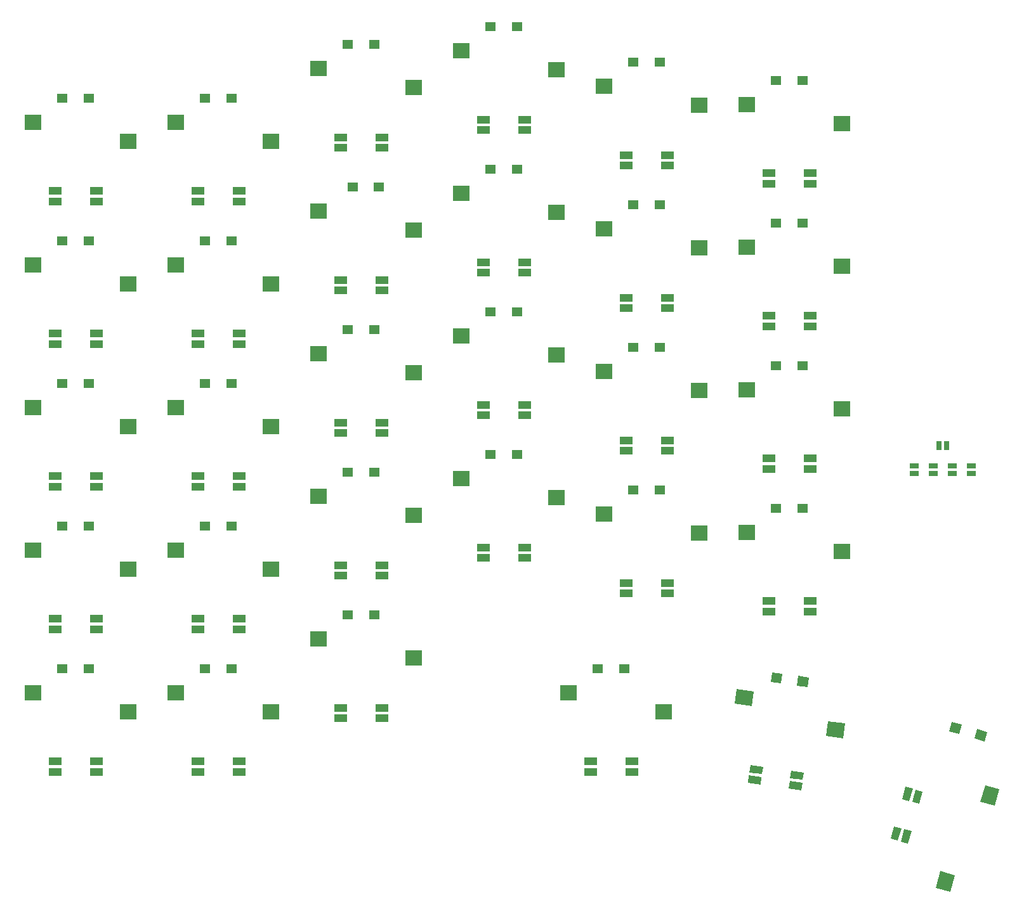
<source format=gtp>
G04 #@! TF.GenerationSoftware,KiCad,Pcbnew,5.1.10-88a1d61d58~88~ubuntu18.04.1*
G04 #@! TF.CreationDate,2021-07-03T13:59:34+09:00*
G04 #@! TF.ProjectId,swallowtail,7377616c-6c6f-4777-9461-696c2e6b6963,rev?*
G04 #@! TF.SameCoordinates,Original*
G04 #@! TF.FileFunction,Paste,Top*
G04 #@! TF.FilePolarity,Positive*
%FSLAX46Y46*%
G04 Gerber Fmt 4.6, Leading zero omitted, Abs format (unit mm)*
G04 Created by KiCad (PCBNEW 5.1.10-88a1d61d58~88~ubuntu18.04.1) date 2021-07-03 13:59:34*
%MOMM*%
%LPD*%
G01*
G04 APERTURE LIST*
%ADD10R,1.700000X1.000000*%
%ADD11C,0.100000*%
%ADD12R,2.300000X2.000000*%
%ADD13R,1.400000X1.300000*%
%ADD14R,0.635000X1.143000*%
%ADD15R,1.143000X0.635000*%
G04 APERTURE END LIST*
D10*
G04 #@! TO.C,LED1*
X144434970Y-69756540D03*
X144434970Y-68356540D03*
X138934970Y-69756540D03*
X138934970Y-68356540D03*
G04 #@! TD*
G04 #@! TO.C,LED2*
X125384890Y-67375280D03*
X125384890Y-65975280D03*
X119884890Y-67375280D03*
X119884890Y-65975280D03*
G04 #@! TD*
G04 #@! TO.C,LED3*
X106334810Y-62612760D03*
X106334810Y-61212760D03*
X100834810Y-62612760D03*
X100834810Y-61212760D03*
G04 #@! TD*
G04 #@! TO.C,LED4*
X87284730Y-64994020D03*
X87284730Y-63594020D03*
X81784730Y-64994020D03*
X81784730Y-63594020D03*
G04 #@! TD*
G04 #@! TO.C,LED5*
X68234650Y-72137800D03*
X68234650Y-70737800D03*
X62734650Y-72137800D03*
X62734650Y-70737800D03*
G04 #@! TD*
G04 #@! TO.C,LED6*
X49184570Y-72137800D03*
X49184570Y-70737800D03*
X43684570Y-72137800D03*
X43684570Y-70737800D03*
G04 #@! TD*
G04 #@! TO.C,LED7*
X49184570Y-91187880D03*
X49184570Y-89787880D03*
X43684570Y-91187880D03*
X43684570Y-89787880D03*
G04 #@! TD*
G04 #@! TO.C,LED8*
X68234650Y-91187880D03*
X68234650Y-89787880D03*
X62734650Y-91187880D03*
X62734650Y-89787880D03*
G04 #@! TD*
G04 #@! TO.C,LED9*
X87284730Y-84044100D03*
X87284730Y-82644100D03*
X81784730Y-84044100D03*
X81784730Y-82644100D03*
G04 #@! TD*
G04 #@! TO.C,LED10*
X106334810Y-81662840D03*
X106334810Y-80262840D03*
X100834810Y-81662840D03*
X100834810Y-80262840D03*
G04 #@! TD*
G04 #@! TO.C,LED11*
X125384890Y-86425360D03*
X125384890Y-85025360D03*
X119884890Y-86425360D03*
X119884890Y-85025360D03*
G04 #@! TD*
G04 #@! TO.C,LED12*
X144434970Y-88806620D03*
X144434970Y-87406620D03*
X138934970Y-88806620D03*
X138934970Y-87406620D03*
G04 #@! TD*
G04 #@! TO.C,LED13*
X144434970Y-107856700D03*
X144434970Y-106456700D03*
X138934970Y-107856700D03*
X138934970Y-106456700D03*
G04 #@! TD*
G04 #@! TO.C,LED14*
X125384890Y-105475440D03*
X125384890Y-104075440D03*
X119884890Y-105475440D03*
X119884890Y-104075440D03*
G04 #@! TD*
G04 #@! TO.C,LED15*
X106334810Y-100712920D03*
X106334810Y-99312920D03*
X100834810Y-100712920D03*
X100834810Y-99312920D03*
G04 #@! TD*
G04 #@! TO.C,LED16*
X87284730Y-103094180D03*
X87284730Y-101694180D03*
X81784730Y-103094180D03*
X81784730Y-101694180D03*
G04 #@! TD*
G04 #@! TO.C,LED17*
X68234650Y-110237960D03*
X68234650Y-108837960D03*
X62734650Y-110237960D03*
X62734650Y-108837960D03*
G04 #@! TD*
G04 #@! TO.C,LED18*
X49184570Y-110237960D03*
X49184570Y-108837960D03*
X43684570Y-110237960D03*
X43684570Y-108837960D03*
G04 #@! TD*
G04 #@! TO.C,LED19*
X49184570Y-129288040D03*
X49184570Y-127888040D03*
X43684570Y-129288040D03*
X43684570Y-127888040D03*
G04 #@! TD*
G04 #@! TO.C,LED20*
X68234650Y-129288040D03*
X68234650Y-127888040D03*
X62734650Y-129288040D03*
X62734650Y-127888040D03*
G04 #@! TD*
G04 #@! TO.C,LED21*
X87284730Y-122144260D03*
X87284730Y-120744260D03*
X81784730Y-122144260D03*
X81784730Y-120744260D03*
G04 #@! TD*
G04 #@! TO.C,LED22*
X106334810Y-119763000D03*
X106334810Y-118363000D03*
X100834810Y-119763000D03*
X100834810Y-118363000D03*
G04 #@! TD*
G04 #@! TO.C,LED23*
X125384890Y-124525520D03*
X125384890Y-123125520D03*
X119884890Y-124525520D03*
X119884890Y-123125520D03*
G04 #@! TD*
G04 #@! TO.C,LED24*
X144434970Y-126906780D03*
X144434970Y-125506780D03*
X138934970Y-126906780D03*
X138934970Y-125506780D03*
G04 #@! TD*
D11*
G04 #@! TO.C,LED25*
G36*
X155647775Y-155620633D02*
G01*
X156609037Y-155896270D01*
X156140453Y-157530415D01*
X155179191Y-157254778D01*
X155647775Y-155620633D01*
G37*
G36*
X156993541Y-156006525D02*
G01*
X157954803Y-156282162D01*
X157486219Y-157916307D01*
X156524957Y-157640670D01*
X156993541Y-156006525D01*
G37*
G36*
X157163781Y-150333693D02*
G01*
X158125043Y-150609330D01*
X157656459Y-152243475D01*
X156695197Y-151967838D01*
X157163781Y-150333693D01*
G37*
G36*
X158509547Y-150719585D02*
G01*
X159470809Y-150995222D01*
X159002225Y-152629367D01*
X158040963Y-152353730D01*
X158509547Y-150719585D01*
G37*
G04 #@! TD*
G04 #@! TO.C,LED26*
G36*
X141585160Y-150567289D02*
G01*
X141724333Y-149577021D01*
X143407788Y-149813615D01*
X143268615Y-150803883D01*
X141585160Y-150567289D01*
G37*
G36*
X141780002Y-149180913D02*
G01*
X141919175Y-148190645D01*
X143602630Y-148427239D01*
X143463457Y-149417507D01*
X141780002Y-149180913D01*
G37*
G36*
X136138686Y-149801837D02*
G01*
X136277859Y-148811569D01*
X137961314Y-149048163D01*
X137822141Y-150038431D01*
X136138686Y-149801837D01*
G37*
G36*
X136333528Y-148415461D02*
G01*
X136472701Y-147425193D01*
X138156156Y-147661787D01*
X138016983Y-148652055D01*
X136333528Y-148415461D01*
G37*
G04 #@! TD*
D10*
G04 #@! TO.C,LED27*
X120622370Y-148338120D03*
X120622370Y-146938120D03*
X115122370Y-148338120D03*
X115122370Y-146938120D03*
G04 #@! TD*
G04 #@! TO.C,LED28*
X87284730Y-141194340D03*
X87284730Y-139794340D03*
X81784730Y-141194340D03*
X81784730Y-139794340D03*
G04 #@! TD*
G04 #@! TO.C,LED29*
X68234650Y-148338120D03*
X68234650Y-146938120D03*
X62734650Y-148338120D03*
X62734650Y-146938120D03*
G04 #@! TD*
G04 #@! TO.C,LED30*
X49184570Y-148338120D03*
X49184570Y-146938120D03*
X43684570Y-148338120D03*
X43684570Y-146938120D03*
G04 #@! TD*
D12*
G04 #@! TO.C,SW6*
X135984385Y-59173765D03*
X148684385Y-61713765D03*
G04 #@! TD*
D11*
G04 #@! TO.C,SW29*
G36*
X136896404Y-137594837D02*
G01*
X136618058Y-139575373D01*
X134340442Y-139255275D01*
X134618788Y-137274739D01*
X136896404Y-137594837D01*
G37*
G36*
X149119309Y-141877616D02*
G01*
X148840963Y-143858152D01*
X146563347Y-143538054D01*
X146841693Y-141557518D01*
X149119309Y-141877616D01*
G37*
G04 #@! TD*
G04 #@! TO.C,D29*
G36*
X144251682Y-135736029D02*
G01*
X144070757Y-137023377D01*
X142684382Y-136828535D01*
X142865307Y-135541187D01*
X144251682Y-135736029D01*
G37*
G36*
X140736230Y-135241965D02*
G01*
X140555305Y-136529313D01*
X139168930Y-136334471D01*
X139349855Y-135047123D01*
X140736230Y-135241965D01*
G37*
G04 #@! TD*
D13*
G04 #@! TO.C,D23*
X124409385Y-110728140D03*
X120859385Y-110728140D03*
G04 #@! TD*
D12*
G04 #@! TO.C,SW19*
X40734385Y-118705025D03*
X53434385Y-121245025D03*
G04 #@! TD*
G04 #@! TO.C,SW20*
X59784385Y-118705025D03*
X72484385Y-121245025D03*
G04 #@! TD*
G04 #@! TO.C,SW24*
X135984385Y-116323765D03*
X148684385Y-118863765D03*
G04 #@! TD*
D13*
G04 #@! TO.C,D1*
X48209385Y-58340650D03*
X44659385Y-58340650D03*
G04 #@! TD*
G04 #@! TO.C,D2*
X67259385Y-58340650D03*
X63709385Y-58340650D03*
G04 #@! TD*
G04 #@! TO.C,D3*
X86309385Y-51196890D03*
X82759385Y-51196890D03*
G04 #@! TD*
G04 #@! TO.C,D4*
X105359385Y-48815640D03*
X101809385Y-48815640D03*
G04 #@! TD*
G04 #@! TO.C,D5*
X124409385Y-53578140D03*
X120859385Y-53578140D03*
G04 #@! TD*
G04 #@! TO.C,D6*
X143459385Y-55959390D03*
X139909385Y-55959390D03*
G04 #@! TD*
G04 #@! TO.C,D7*
X48209385Y-77390650D03*
X44659385Y-77390650D03*
G04 #@! TD*
G04 #@! TO.C,D8*
X67259385Y-77390650D03*
X63709385Y-77390650D03*
G04 #@! TD*
G04 #@! TO.C,D9*
X86915635Y-70246890D03*
X83365635Y-70246890D03*
G04 #@! TD*
G04 #@! TO.C,D10*
X105359385Y-67865640D03*
X101809385Y-67865640D03*
G04 #@! TD*
G04 #@! TO.C,D11*
X124409385Y-72628140D03*
X120859385Y-72628140D03*
G04 #@! TD*
G04 #@! TO.C,D12*
X143459385Y-75009390D03*
X139909385Y-75009390D03*
G04 #@! TD*
G04 #@! TO.C,D13*
X48209385Y-96440650D03*
X44659385Y-96440650D03*
G04 #@! TD*
G04 #@! TO.C,D14*
X67259385Y-96440650D03*
X63709385Y-96440650D03*
G04 #@! TD*
G04 #@! TO.C,D15*
X86309385Y-89296890D03*
X82759385Y-89296890D03*
G04 #@! TD*
G04 #@! TO.C,D16*
X105359385Y-86915640D03*
X101809385Y-86915640D03*
G04 #@! TD*
G04 #@! TO.C,D17*
X124409385Y-91678140D03*
X120859385Y-91678140D03*
G04 #@! TD*
G04 #@! TO.C,D18*
X143459385Y-94059390D03*
X139909385Y-94059390D03*
G04 #@! TD*
G04 #@! TO.C,D19*
X48209385Y-115490650D03*
X44659385Y-115490650D03*
G04 #@! TD*
G04 #@! TO.C,D20*
X67259385Y-115490650D03*
X63709385Y-115490650D03*
G04 #@! TD*
G04 #@! TO.C,D21*
X86309385Y-108346890D03*
X82759385Y-108346890D03*
G04 #@! TD*
G04 #@! TO.C,D22*
X105359385Y-105965640D03*
X101809385Y-105965640D03*
G04 #@! TD*
G04 #@! TO.C,D24*
X143459385Y-113109390D03*
X139909385Y-113109390D03*
G04 #@! TD*
G04 #@! TO.C,D25*
X48209385Y-134540650D03*
X44659385Y-134540650D03*
G04 #@! TD*
G04 #@! TO.C,D26*
X67259385Y-134540650D03*
X63709385Y-134540650D03*
G04 #@! TD*
G04 #@! TO.C,D27*
X86309385Y-127396890D03*
X82759385Y-127396890D03*
G04 #@! TD*
G04 #@! TO.C,D28*
X119651385Y-134541640D03*
X116101385Y-134541640D03*
G04 #@! TD*
D11*
G04 #@! TO.C,D30*
G36*
X168102660Y-143024123D02*
G01*
X167744332Y-144273763D01*
X166398566Y-143887871D01*
X166756894Y-142638231D01*
X168102660Y-143024123D01*
G37*
G36*
X164690180Y-142045611D02*
G01*
X164331852Y-143295251D01*
X162986086Y-142909359D01*
X163344414Y-141659719D01*
X164690180Y-142045611D01*
G37*
G04 #@! TD*
D12*
G04 #@! TO.C,SW4*
X97884385Y-52030015D03*
X110584385Y-54570015D03*
G04 #@! TD*
D11*
G04 #@! TO.C,SW30*
G36*
X169071457Y-152869425D02*
G01*
X167148933Y-152318151D01*
X167782899Y-150107249D01*
X169705423Y-150658523D01*
X169071457Y-152869425D01*
G37*
G36*
X163129258Y-164377329D02*
G01*
X161206734Y-163826055D01*
X161840700Y-161615153D01*
X163763224Y-162166427D01*
X163129258Y-164377329D01*
G37*
G04 #@! TD*
D12*
G04 #@! TO.C,SW25*
X40734385Y-137755025D03*
X53434385Y-140295025D03*
G04 #@! TD*
D14*
G04 #@! TO.C,JP2*
X161634180Y-104800425D03*
X162634940Y-104800425D03*
G04 #@! TD*
D15*
G04 #@! TO.C,JP7*
X165944560Y-107475045D03*
X165944560Y-108475805D03*
G04 #@! TD*
G04 #@! TO.C,JP8*
X163404560Y-107475045D03*
X163404560Y-108475805D03*
G04 #@! TD*
G04 #@! TO.C,JP9*
X160864560Y-107475045D03*
X160864560Y-108475805D03*
G04 #@! TD*
G04 #@! TO.C,JP10*
X158324560Y-107475045D03*
X158324560Y-108475805D03*
G04 #@! TD*
D12*
G04 #@! TO.C,SW1*
X40734385Y-61555025D03*
X53434385Y-64095025D03*
G04 #@! TD*
G04 #@! TO.C,SW2*
X59784385Y-61555025D03*
X72484385Y-64095025D03*
G04 #@! TD*
G04 #@! TO.C,SW3*
X78834385Y-54411265D03*
X91534385Y-56951265D03*
G04 #@! TD*
G04 #@! TO.C,SW5*
X116934385Y-56792515D03*
X129634385Y-59332515D03*
G04 #@! TD*
G04 #@! TO.C,SW7*
X40734385Y-80605025D03*
X53434385Y-83145025D03*
G04 #@! TD*
G04 #@! TO.C,SW8*
X59784385Y-80605025D03*
X72484385Y-83145025D03*
G04 #@! TD*
G04 #@! TO.C,SW9*
X78834385Y-73461265D03*
X91534385Y-76001265D03*
G04 #@! TD*
G04 #@! TO.C,SW10*
X97884385Y-71080015D03*
X110584385Y-73620015D03*
G04 #@! TD*
G04 #@! TO.C,SW11*
X116934385Y-75842515D03*
X129634385Y-78382515D03*
G04 #@! TD*
G04 #@! TO.C,SW12*
X135984385Y-78223765D03*
X148684385Y-80763765D03*
G04 #@! TD*
G04 #@! TO.C,SW13*
X40734385Y-99655025D03*
X53434385Y-102195025D03*
G04 #@! TD*
G04 #@! TO.C,SW14*
X59784385Y-99655025D03*
X72484385Y-102195025D03*
G04 #@! TD*
G04 #@! TO.C,SW15*
X78834385Y-92511265D03*
X91534385Y-95051265D03*
G04 #@! TD*
G04 #@! TO.C,SW16*
X97884385Y-90130015D03*
X110584385Y-92670015D03*
G04 #@! TD*
G04 #@! TO.C,SW17*
X116934385Y-94892515D03*
X129634385Y-97432515D03*
G04 #@! TD*
G04 #@! TO.C,SW18*
X135984385Y-97273765D03*
X148684385Y-99813765D03*
G04 #@! TD*
G04 #@! TO.C,SW21*
X78834385Y-111561265D03*
X91534385Y-114101265D03*
G04 #@! TD*
G04 #@! TO.C,SW22*
X97884385Y-109180015D03*
X110584385Y-111720015D03*
G04 #@! TD*
G04 #@! TO.C,SW23*
X116934385Y-113942515D03*
X129634385Y-116482515D03*
G04 #@! TD*
G04 #@! TO.C,SW26*
X59784385Y-137755025D03*
X72484385Y-140295025D03*
G04 #@! TD*
G04 #@! TO.C,SW27*
X78834385Y-130611265D03*
X91534385Y-133151265D03*
G04 #@! TD*
G04 #@! TO.C,SW28*
X112176385Y-137756015D03*
X124876385Y-140296015D03*
G04 #@! TD*
M02*

</source>
